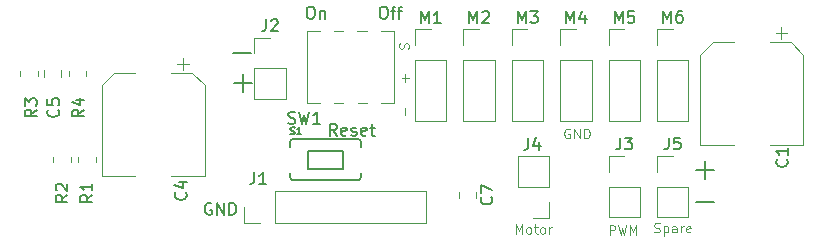
<source format=gbr>
%TF.GenerationSoftware,KiCad,Pcbnew,(6.0.7)*%
%TF.CreationDate,2022-10-27T13:02:41+02:00*%
%TF.ProjectId,UniMini,556e694d-696e-4692-9e6b-696361645f70,rev?*%
%TF.SameCoordinates,Original*%
%TF.FileFunction,Legend,Top*%
%TF.FilePolarity,Positive*%
%FSLAX46Y46*%
G04 Gerber Fmt 4.6, Leading zero omitted, Abs format (unit mm)*
G04 Created by KiCad (PCBNEW (6.0.7)) date 2022-10-27 13:02:41*
%MOMM*%
%LPD*%
G01*
G04 APERTURE LIST*
%ADD10C,0.100000*%
%ADD11C,0.150000*%
%ADD12C,0.127000*%
%ADD13C,0.120000*%
%ADD14C,0.203200*%
G04 APERTURE END LIST*
D10*
X68757142Y-80009523D02*
X68757142Y-79400000D01*
X68757142Y-77190476D02*
X68757142Y-76580952D01*
X69061904Y-76885714D02*
X68452380Y-76885714D01*
X69023809Y-74409523D02*
X69061904Y-74295238D01*
X69061904Y-74104761D01*
X69023809Y-74028571D01*
X68985714Y-73990476D01*
X68909523Y-73952380D01*
X68833333Y-73952380D01*
X68757142Y-73990476D01*
X68719047Y-74028571D01*
X68680952Y-74104761D01*
X68642857Y-74257142D01*
X68604761Y-74333333D01*
X68566666Y-74371428D01*
X68490476Y-74409523D01*
X68414285Y-74409523D01*
X68338095Y-74371428D01*
X68300000Y-74333333D01*
X68261904Y-74257142D01*
X68261904Y-74066666D01*
X68300000Y-73952380D01*
X82690476Y-81200000D02*
X82614285Y-81161904D01*
X82500000Y-81161904D01*
X82385714Y-81200000D01*
X82309523Y-81276190D01*
X82271428Y-81352380D01*
X82233333Y-81504761D01*
X82233333Y-81619047D01*
X82271428Y-81771428D01*
X82309523Y-81847619D01*
X82385714Y-81923809D01*
X82500000Y-81961904D01*
X82576190Y-81961904D01*
X82690476Y-81923809D01*
X82728571Y-81885714D01*
X82728571Y-81619047D01*
X82576190Y-81619047D01*
X83071428Y-81961904D02*
X83071428Y-81161904D01*
X83528571Y-81961904D01*
X83528571Y-81161904D01*
X83909523Y-81961904D02*
X83909523Y-81161904D01*
X84100000Y-81161904D01*
X84214285Y-81200000D01*
X84290476Y-81276190D01*
X84328571Y-81352380D01*
X84366666Y-81504761D01*
X84366666Y-81619047D01*
X84328571Y-81771428D01*
X84290476Y-81847619D01*
X84214285Y-81923809D01*
X84100000Y-81961904D01*
X83909523Y-81961904D01*
D11*
X55661904Y-74742857D02*
X54138095Y-74742857D01*
X94861904Y-84642857D02*
X93338095Y-84642857D01*
X94100000Y-85404761D02*
X94100000Y-83880952D01*
X94861904Y-87342857D02*
X93338095Y-87342857D01*
X55761904Y-77342857D02*
X54238095Y-77342857D01*
X55000000Y-78104761D02*
X55000000Y-76580952D01*
X66833333Y-70852380D02*
X67023809Y-70852380D01*
X67119047Y-70900000D01*
X67214285Y-70995238D01*
X67261904Y-71185714D01*
X67261904Y-71519047D01*
X67214285Y-71709523D01*
X67119047Y-71804761D01*
X67023809Y-71852380D01*
X66833333Y-71852380D01*
X66738095Y-71804761D01*
X66642857Y-71709523D01*
X66595238Y-71519047D01*
X66595238Y-71185714D01*
X66642857Y-70995238D01*
X66738095Y-70900000D01*
X66833333Y-70852380D01*
X67547619Y-71185714D02*
X67928571Y-71185714D01*
X67690476Y-71852380D02*
X67690476Y-70995238D01*
X67738095Y-70900000D01*
X67833333Y-70852380D01*
X67928571Y-70852380D01*
X68119047Y-71185714D02*
X68500000Y-71185714D01*
X68261904Y-71852380D02*
X68261904Y-70995238D01*
X68309523Y-70900000D01*
X68404761Y-70852380D01*
X68500000Y-70852380D01*
X62961904Y-81752380D02*
X62628571Y-81276190D01*
X62390476Y-81752380D02*
X62390476Y-80752380D01*
X62771428Y-80752380D01*
X62866666Y-80800000D01*
X62914285Y-80847619D01*
X62961904Y-80942857D01*
X62961904Y-81085714D01*
X62914285Y-81180952D01*
X62866666Y-81228571D01*
X62771428Y-81276190D01*
X62390476Y-81276190D01*
X63771428Y-81704761D02*
X63676190Y-81752380D01*
X63485714Y-81752380D01*
X63390476Y-81704761D01*
X63342857Y-81609523D01*
X63342857Y-81228571D01*
X63390476Y-81133333D01*
X63485714Y-81085714D01*
X63676190Y-81085714D01*
X63771428Y-81133333D01*
X63819047Y-81228571D01*
X63819047Y-81323809D01*
X63342857Y-81419047D01*
X64200000Y-81704761D02*
X64295238Y-81752380D01*
X64485714Y-81752380D01*
X64580952Y-81704761D01*
X64628571Y-81609523D01*
X64628571Y-81561904D01*
X64580952Y-81466666D01*
X64485714Y-81419047D01*
X64342857Y-81419047D01*
X64247619Y-81371428D01*
X64200000Y-81276190D01*
X64200000Y-81228571D01*
X64247619Y-81133333D01*
X64342857Y-81085714D01*
X64485714Y-81085714D01*
X64580952Y-81133333D01*
X65438095Y-81704761D02*
X65342857Y-81752380D01*
X65152380Y-81752380D01*
X65057142Y-81704761D01*
X65009523Y-81609523D01*
X65009523Y-81228571D01*
X65057142Y-81133333D01*
X65152380Y-81085714D01*
X65342857Y-81085714D01*
X65438095Y-81133333D01*
X65485714Y-81228571D01*
X65485714Y-81323809D01*
X65009523Y-81419047D01*
X65771428Y-81085714D02*
X66152380Y-81085714D01*
X65914285Y-80752380D02*
X65914285Y-81609523D01*
X65961904Y-81704761D01*
X66057142Y-81752380D01*
X66152380Y-81752380D01*
X52338095Y-87500000D02*
X52242857Y-87452380D01*
X52100000Y-87452380D01*
X51957142Y-87500000D01*
X51861904Y-87595238D01*
X51814285Y-87690476D01*
X51766666Y-87880952D01*
X51766666Y-88023809D01*
X51814285Y-88214285D01*
X51861904Y-88309523D01*
X51957142Y-88404761D01*
X52100000Y-88452380D01*
X52195238Y-88452380D01*
X52338095Y-88404761D01*
X52385714Y-88357142D01*
X52385714Y-88023809D01*
X52195238Y-88023809D01*
X52814285Y-88452380D02*
X52814285Y-87452380D01*
X53385714Y-88452380D01*
X53385714Y-87452380D01*
X53861904Y-88452380D02*
X53861904Y-87452380D01*
X54100000Y-87452380D01*
X54242857Y-87500000D01*
X54338095Y-87595238D01*
X54385714Y-87690476D01*
X54433333Y-87880952D01*
X54433333Y-88023809D01*
X54385714Y-88214285D01*
X54338095Y-88309523D01*
X54242857Y-88404761D01*
X54100000Y-88452380D01*
X53861904Y-88452380D01*
X60652380Y-70852380D02*
X60842857Y-70852380D01*
X60938095Y-70900000D01*
X61033333Y-70995238D01*
X61080952Y-71185714D01*
X61080952Y-71519047D01*
X61033333Y-71709523D01*
X60938095Y-71804761D01*
X60842857Y-71852380D01*
X60652380Y-71852380D01*
X60557142Y-71804761D01*
X60461904Y-71709523D01*
X60414285Y-71519047D01*
X60414285Y-71185714D01*
X60461904Y-70995238D01*
X60557142Y-70900000D01*
X60652380Y-70852380D01*
X61509523Y-71185714D02*
X61509523Y-71852380D01*
X61509523Y-71280952D02*
X61557142Y-71233333D01*
X61652380Y-71185714D01*
X61795238Y-71185714D01*
X61890476Y-71233333D01*
X61938095Y-71328571D01*
X61938095Y-71852380D01*
%TO.C,C4*%
X50157142Y-86566666D02*
X50204761Y-86614285D01*
X50252380Y-86757142D01*
X50252380Y-86852380D01*
X50204761Y-86995238D01*
X50109523Y-87090476D01*
X50014285Y-87138095D01*
X49823809Y-87185714D01*
X49680952Y-87185714D01*
X49490476Y-87138095D01*
X49395238Y-87090476D01*
X49300000Y-86995238D01*
X49252380Y-86852380D01*
X49252380Y-86757142D01*
X49300000Y-86614285D01*
X49347619Y-86566666D01*
X49585714Y-85709523D02*
X50252380Y-85709523D01*
X49204761Y-85947619D02*
X49919047Y-86185714D01*
X49919047Y-85566666D01*
%TO.C,J2*%
X56966666Y-71922380D02*
X56966666Y-72636666D01*
X56919047Y-72779523D01*
X56823809Y-72874761D01*
X56680952Y-72922380D01*
X56585714Y-72922380D01*
X57395238Y-72017619D02*
X57442857Y-71970000D01*
X57538095Y-71922380D01*
X57776190Y-71922380D01*
X57871428Y-71970000D01*
X57919047Y-72017619D01*
X57966666Y-72112857D01*
X57966666Y-72208095D01*
X57919047Y-72350952D01*
X57347619Y-72922380D01*
X57966666Y-72922380D01*
%TO.C,J4*%
X79166666Y-81952380D02*
X79166666Y-82666666D01*
X79119047Y-82809523D01*
X79023809Y-82904761D01*
X78880952Y-82952380D01*
X78785714Y-82952380D01*
X80071428Y-82285714D02*
X80071428Y-82952380D01*
X79833333Y-81904761D02*
X79595238Y-82619047D01*
X80214285Y-82619047D01*
D10*
X78133333Y-90061904D02*
X78133333Y-89261904D01*
X78400000Y-89833333D01*
X78666666Y-89261904D01*
X78666666Y-90061904D01*
X79161904Y-90061904D02*
X79085714Y-90023809D01*
X79047619Y-89985714D01*
X79009523Y-89909523D01*
X79009523Y-89680952D01*
X79047619Y-89604761D01*
X79085714Y-89566666D01*
X79161904Y-89528571D01*
X79276190Y-89528571D01*
X79352380Y-89566666D01*
X79390476Y-89604761D01*
X79428571Y-89680952D01*
X79428571Y-89909523D01*
X79390476Y-89985714D01*
X79352380Y-90023809D01*
X79276190Y-90061904D01*
X79161904Y-90061904D01*
X79657142Y-89528571D02*
X79961904Y-89528571D01*
X79771428Y-89261904D02*
X79771428Y-89947619D01*
X79809523Y-90023809D01*
X79885714Y-90061904D01*
X79961904Y-90061904D01*
X80342857Y-90061904D02*
X80266666Y-90023809D01*
X80228571Y-89985714D01*
X80190476Y-89909523D01*
X80190476Y-89680952D01*
X80228571Y-89604761D01*
X80266666Y-89566666D01*
X80342857Y-89528571D01*
X80457142Y-89528571D01*
X80533333Y-89566666D01*
X80571428Y-89604761D01*
X80609523Y-89680952D01*
X80609523Y-89909523D01*
X80571428Y-89985714D01*
X80533333Y-90023809D01*
X80457142Y-90061904D01*
X80342857Y-90061904D01*
X80952380Y-90061904D02*
X80952380Y-89528571D01*
X80952380Y-89680952D02*
X80990476Y-89604761D01*
X81028571Y-89566666D01*
X81104761Y-89528571D01*
X81180952Y-89528571D01*
D11*
%TO.C,R1*%
X42252380Y-86766666D02*
X41776190Y-87100000D01*
X42252380Y-87338095D02*
X41252380Y-87338095D01*
X41252380Y-86957142D01*
X41300000Y-86861904D01*
X41347619Y-86814285D01*
X41442857Y-86766666D01*
X41585714Y-86766666D01*
X41680952Y-86814285D01*
X41728571Y-86861904D01*
X41776190Y-86957142D01*
X41776190Y-87338095D01*
X42252380Y-85814285D02*
X42252380Y-86385714D01*
X42252380Y-86100000D02*
X41252380Y-86100000D01*
X41395238Y-86195238D01*
X41490476Y-86290476D01*
X41538095Y-86385714D01*
%TO.C,M5*%
X86490476Y-72222380D02*
X86490476Y-71222380D01*
X86823809Y-71936666D01*
X87157142Y-71222380D01*
X87157142Y-72222380D01*
X88109523Y-71222380D02*
X87633333Y-71222380D01*
X87585714Y-71698571D01*
X87633333Y-71650952D01*
X87728571Y-71603333D01*
X87966666Y-71603333D01*
X88061904Y-71650952D01*
X88109523Y-71698571D01*
X88157142Y-71793809D01*
X88157142Y-72031904D01*
X88109523Y-72127142D01*
X88061904Y-72174761D01*
X87966666Y-72222380D01*
X87728571Y-72222380D01*
X87633333Y-72174761D01*
X87585714Y-72127142D01*
%TO.C,J1*%
X55966666Y-84852380D02*
X55966666Y-85566666D01*
X55919047Y-85709523D01*
X55823809Y-85804761D01*
X55680952Y-85852380D01*
X55585714Y-85852380D01*
X56966666Y-85852380D02*
X56395238Y-85852380D01*
X56680952Y-85852380D02*
X56680952Y-84852380D01*
X56585714Y-84995238D01*
X56490476Y-85090476D01*
X56395238Y-85138095D01*
%TO.C,R4*%
X41552380Y-79566666D02*
X41076190Y-79900000D01*
X41552380Y-80138095D02*
X40552380Y-80138095D01*
X40552380Y-79757142D01*
X40600000Y-79661904D01*
X40647619Y-79614285D01*
X40742857Y-79566666D01*
X40885714Y-79566666D01*
X40980952Y-79614285D01*
X41028571Y-79661904D01*
X41076190Y-79757142D01*
X41076190Y-80138095D01*
X40885714Y-78709523D02*
X41552380Y-78709523D01*
X40504761Y-78947619D02*
X41219047Y-79185714D01*
X41219047Y-78566666D01*
%TO.C,C1*%
X101057142Y-83766666D02*
X101104761Y-83814285D01*
X101152380Y-83957142D01*
X101152380Y-84052380D01*
X101104761Y-84195238D01*
X101009523Y-84290476D01*
X100914285Y-84338095D01*
X100723809Y-84385714D01*
X100580952Y-84385714D01*
X100390476Y-84338095D01*
X100295238Y-84290476D01*
X100200000Y-84195238D01*
X100152380Y-84052380D01*
X100152380Y-83957142D01*
X100200000Y-83814285D01*
X100247619Y-83766666D01*
X101152380Y-82814285D02*
X101152380Y-83385714D01*
X101152380Y-83100000D02*
X100152380Y-83100000D01*
X100295238Y-83195238D01*
X100390476Y-83290476D01*
X100438095Y-83385714D01*
%TO.C,C5*%
X39357142Y-79566666D02*
X39404761Y-79614285D01*
X39452380Y-79757142D01*
X39452380Y-79852380D01*
X39404761Y-79995238D01*
X39309523Y-80090476D01*
X39214285Y-80138095D01*
X39023809Y-80185714D01*
X38880952Y-80185714D01*
X38690476Y-80138095D01*
X38595238Y-80090476D01*
X38500000Y-79995238D01*
X38452380Y-79852380D01*
X38452380Y-79757142D01*
X38500000Y-79614285D01*
X38547619Y-79566666D01*
X38452380Y-78661904D02*
X38452380Y-79138095D01*
X38928571Y-79185714D01*
X38880952Y-79138095D01*
X38833333Y-79042857D01*
X38833333Y-78804761D01*
X38880952Y-78709523D01*
X38928571Y-78661904D01*
X39023809Y-78614285D01*
X39261904Y-78614285D01*
X39357142Y-78661904D01*
X39404761Y-78709523D01*
X39452380Y-78804761D01*
X39452380Y-79042857D01*
X39404761Y-79138095D01*
X39357142Y-79185714D01*
%TO.C,C7*%
X76037142Y-86966666D02*
X76084761Y-87014285D01*
X76132380Y-87157142D01*
X76132380Y-87252380D01*
X76084761Y-87395238D01*
X75989523Y-87490476D01*
X75894285Y-87538095D01*
X75703809Y-87585714D01*
X75560952Y-87585714D01*
X75370476Y-87538095D01*
X75275238Y-87490476D01*
X75180000Y-87395238D01*
X75132380Y-87252380D01*
X75132380Y-87157142D01*
X75180000Y-87014285D01*
X75227619Y-86966666D01*
X75132380Y-86633333D02*
X75132380Y-85966666D01*
X76132380Y-86395238D01*
%TO.C,R3*%
X37552380Y-79566666D02*
X37076190Y-79900000D01*
X37552380Y-80138095D02*
X36552380Y-80138095D01*
X36552380Y-79757142D01*
X36600000Y-79661904D01*
X36647619Y-79614285D01*
X36742857Y-79566666D01*
X36885714Y-79566666D01*
X36980952Y-79614285D01*
X37028571Y-79661904D01*
X37076190Y-79757142D01*
X37076190Y-80138095D01*
X36552380Y-79233333D02*
X36552380Y-78614285D01*
X36933333Y-78947619D01*
X36933333Y-78804761D01*
X36980952Y-78709523D01*
X37028571Y-78661904D01*
X37123809Y-78614285D01*
X37361904Y-78614285D01*
X37457142Y-78661904D01*
X37504761Y-78709523D01*
X37552380Y-78804761D01*
X37552380Y-79090476D01*
X37504761Y-79185714D01*
X37457142Y-79233333D01*
%TO.C,M6*%
X90590476Y-72197380D02*
X90590476Y-71197380D01*
X90923809Y-71911666D01*
X91257142Y-71197380D01*
X91257142Y-72197380D01*
X92161904Y-71197380D02*
X91971428Y-71197380D01*
X91876190Y-71245000D01*
X91828571Y-71292619D01*
X91733333Y-71435476D01*
X91685714Y-71625952D01*
X91685714Y-72006904D01*
X91733333Y-72102142D01*
X91780952Y-72149761D01*
X91876190Y-72197380D01*
X92066666Y-72197380D01*
X92161904Y-72149761D01*
X92209523Y-72102142D01*
X92257142Y-72006904D01*
X92257142Y-71768809D01*
X92209523Y-71673571D01*
X92161904Y-71625952D01*
X92066666Y-71578333D01*
X91876190Y-71578333D01*
X91780952Y-71625952D01*
X91733333Y-71673571D01*
X91685714Y-71768809D01*
%TO.C,M2*%
X74190476Y-72222380D02*
X74190476Y-71222380D01*
X74523809Y-71936666D01*
X74857142Y-71222380D01*
X74857142Y-72222380D01*
X75285714Y-71317619D02*
X75333333Y-71270000D01*
X75428571Y-71222380D01*
X75666666Y-71222380D01*
X75761904Y-71270000D01*
X75809523Y-71317619D01*
X75857142Y-71412857D01*
X75857142Y-71508095D01*
X75809523Y-71650952D01*
X75238095Y-72222380D01*
X75857142Y-72222380D01*
%TO.C,J3*%
X86966666Y-81922380D02*
X86966666Y-82636666D01*
X86919047Y-82779523D01*
X86823809Y-82874761D01*
X86680952Y-82922380D01*
X86585714Y-82922380D01*
X87347619Y-81922380D02*
X87966666Y-81922380D01*
X87633333Y-82303333D01*
X87776190Y-82303333D01*
X87871428Y-82350952D01*
X87919047Y-82398571D01*
X87966666Y-82493809D01*
X87966666Y-82731904D01*
X87919047Y-82827142D01*
X87871428Y-82874761D01*
X87776190Y-82922380D01*
X87490476Y-82922380D01*
X87395238Y-82874761D01*
X87347619Y-82827142D01*
D10*
X86076190Y-90161904D02*
X86076190Y-89361904D01*
X86380952Y-89361904D01*
X86457142Y-89400000D01*
X86495238Y-89438095D01*
X86533333Y-89514285D01*
X86533333Y-89628571D01*
X86495238Y-89704761D01*
X86457142Y-89742857D01*
X86380952Y-89780952D01*
X86076190Y-89780952D01*
X86800000Y-89361904D02*
X86990476Y-90161904D01*
X87142857Y-89590476D01*
X87295238Y-90161904D01*
X87485714Y-89361904D01*
X87790476Y-90161904D02*
X87790476Y-89361904D01*
X88057142Y-89933333D01*
X88323809Y-89361904D01*
X88323809Y-90161904D01*
D11*
%TO.C,M1*%
X70090476Y-72222380D02*
X70090476Y-71222380D01*
X70423809Y-71936666D01*
X70757142Y-71222380D01*
X70757142Y-72222380D01*
X71757142Y-72222380D02*
X71185714Y-72222380D01*
X71471428Y-72222380D02*
X71471428Y-71222380D01*
X71376190Y-71365238D01*
X71280952Y-71460476D01*
X71185714Y-71508095D01*
%TO.C,J5*%
X91066666Y-81922380D02*
X91066666Y-82636666D01*
X91019047Y-82779523D01*
X90923809Y-82874761D01*
X90780952Y-82922380D01*
X90685714Y-82922380D01*
X92019047Y-81922380D02*
X91542857Y-81922380D01*
X91495238Y-82398571D01*
X91542857Y-82350952D01*
X91638095Y-82303333D01*
X91876190Y-82303333D01*
X91971428Y-82350952D01*
X92019047Y-82398571D01*
X92066666Y-82493809D01*
X92066666Y-82731904D01*
X92019047Y-82827142D01*
X91971428Y-82874761D01*
X91876190Y-82922380D01*
X91638095Y-82922380D01*
X91542857Y-82874761D01*
X91495238Y-82827142D01*
D10*
X89857142Y-89923809D02*
X89971428Y-89961904D01*
X90161904Y-89961904D01*
X90238095Y-89923809D01*
X90276190Y-89885714D01*
X90314285Y-89809523D01*
X90314285Y-89733333D01*
X90276190Y-89657142D01*
X90238095Y-89619047D01*
X90161904Y-89580952D01*
X90009523Y-89542857D01*
X89933333Y-89504761D01*
X89895238Y-89466666D01*
X89857142Y-89390476D01*
X89857142Y-89314285D01*
X89895238Y-89238095D01*
X89933333Y-89200000D01*
X90009523Y-89161904D01*
X90200000Y-89161904D01*
X90314285Y-89200000D01*
X90657142Y-89428571D02*
X90657142Y-90228571D01*
X90657142Y-89466666D02*
X90733333Y-89428571D01*
X90885714Y-89428571D01*
X90961904Y-89466666D01*
X91000000Y-89504761D01*
X91038095Y-89580952D01*
X91038095Y-89809523D01*
X91000000Y-89885714D01*
X90961904Y-89923809D01*
X90885714Y-89961904D01*
X90733333Y-89961904D01*
X90657142Y-89923809D01*
X91723809Y-89961904D02*
X91723809Y-89542857D01*
X91685714Y-89466666D01*
X91609523Y-89428571D01*
X91457142Y-89428571D01*
X91380952Y-89466666D01*
X91723809Y-89923809D02*
X91647619Y-89961904D01*
X91457142Y-89961904D01*
X91380952Y-89923809D01*
X91342857Y-89847619D01*
X91342857Y-89771428D01*
X91380952Y-89695238D01*
X91457142Y-89657142D01*
X91647619Y-89657142D01*
X91723809Y-89619047D01*
X92104761Y-89961904D02*
X92104761Y-89428571D01*
X92104761Y-89580952D02*
X92142857Y-89504761D01*
X92180952Y-89466666D01*
X92257142Y-89428571D01*
X92333333Y-89428571D01*
X92904761Y-89923809D02*
X92828571Y-89961904D01*
X92676190Y-89961904D01*
X92600000Y-89923809D01*
X92561904Y-89847619D01*
X92561904Y-89542857D01*
X92600000Y-89466666D01*
X92676190Y-89428571D01*
X92828571Y-89428571D01*
X92904761Y-89466666D01*
X92942857Y-89542857D01*
X92942857Y-89619047D01*
X92561904Y-89695238D01*
D11*
%TO.C,M3*%
X78290476Y-72222380D02*
X78290476Y-71222380D01*
X78623809Y-71936666D01*
X78957142Y-71222380D01*
X78957142Y-72222380D01*
X79338095Y-71222380D02*
X79957142Y-71222380D01*
X79623809Y-71603333D01*
X79766666Y-71603333D01*
X79861904Y-71650952D01*
X79909523Y-71698571D01*
X79957142Y-71793809D01*
X79957142Y-72031904D01*
X79909523Y-72127142D01*
X79861904Y-72174761D01*
X79766666Y-72222380D01*
X79480952Y-72222380D01*
X79385714Y-72174761D01*
X79338095Y-72127142D01*
D12*
%TO.C,S1*%
X59035542Y-81633742D02*
X59122628Y-81662771D01*
X59267771Y-81662771D01*
X59325828Y-81633742D01*
X59354857Y-81604714D01*
X59383885Y-81546657D01*
X59383885Y-81488600D01*
X59354857Y-81430542D01*
X59325828Y-81401514D01*
X59267771Y-81372485D01*
X59151657Y-81343457D01*
X59093600Y-81314428D01*
X59064571Y-81285400D01*
X59035542Y-81227342D01*
X59035542Y-81169285D01*
X59064571Y-81111228D01*
X59093600Y-81082200D01*
X59151657Y-81053171D01*
X59296800Y-81053171D01*
X59383885Y-81082200D01*
X59964457Y-81662771D02*
X59616114Y-81662771D01*
X59790285Y-81662771D02*
X59790285Y-81053171D01*
X59732228Y-81140257D01*
X59674171Y-81198314D01*
X59616114Y-81227342D01*
D11*
%TO.C,R2*%
X40152380Y-86766666D02*
X39676190Y-87100000D01*
X40152380Y-87338095D02*
X39152380Y-87338095D01*
X39152380Y-86957142D01*
X39200000Y-86861904D01*
X39247619Y-86814285D01*
X39342857Y-86766666D01*
X39485714Y-86766666D01*
X39580952Y-86814285D01*
X39628571Y-86861904D01*
X39676190Y-86957142D01*
X39676190Y-87338095D01*
X39247619Y-86385714D02*
X39200000Y-86338095D01*
X39152380Y-86242857D01*
X39152380Y-86004761D01*
X39200000Y-85909523D01*
X39247619Y-85861904D01*
X39342857Y-85814285D01*
X39438095Y-85814285D01*
X39580952Y-85861904D01*
X40152380Y-86433333D01*
X40152380Y-85814285D01*
%TO.C,SW1*%
X58866666Y-80704761D02*
X59009523Y-80752380D01*
X59247619Y-80752380D01*
X59342857Y-80704761D01*
X59390476Y-80657142D01*
X59438095Y-80561904D01*
X59438095Y-80466666D01*
X59390476Y-80371428D01*
X59342857Y-80323809D01*
X59247619Y-80276190D01*
X59057142Y-80228571D01*
X58961904Y-80180952D01*
X58914285Y-80133333D01*
X58866666Y-80038095D01*
X58866666Y-79942857D01*
X58914285Y-79847619D01*
X58961904Y-79800000D01*
X59057142Y-79752380D01*
X59295238Y-79752380D01*
X59438095Y-79800000D01*
X59771428Y-79752380D02*
X60009523Y-80752380D01*
X60200000Y-80038095D01*
X60390476Y-80752380D01*
X60628571Y-79752380D01*
X61533333Y-80752380D02*
X60961904Y-80752380D01*
X61247619Y-80752380D02*
X61247619Y-79752380D01*
X61152380Y-79895238D01*
X61057142Y-79990476D01*
X60961904Y-80038095D01*
%TO.C,M4*%
X82390476Y-72222380D02*
X82390476Y-71222380D01*
X82723809Y-71936666D01*
X83057142Y-71222380D01*
X83057142Y-72222380D01*
X83961904Y-71555714D02*
X83961904Y-72222380D01*
X83723809Y-71174761D02*
X83485714Y-71889047D01*
X84104761Y-71889047D01*
D13*
%TO.C,C4*%
X49910000Y-75200000D02*
X49910000Y-76200000D01*
X51760000Y-77504437D02*
X51760000Y-85160000D01*
X43040000Y-77504437D02*
X43040000Y-85160000D01*
X51760000Y-85160000D02*
X48910000Y-85160000D01*
X44104437Y-76440000D02*
X43040000Y-77504437D01*
X50410000Y-75700000D02*
X49410000Y-75700000D01*
X43040000Y-85160000D02*
X45890000Y-85160000D01*
X44104437Y-76440000D02*
X45890000Y-76440000D01*
X50695563Y-76440000D02*
X48910000Y-76440000D01*
X50695563Y-76440000D02*
X51760000Y-77504437D01*
%TO.C,J2*%
X55970000Y-74800000D02*
X55970000Y-73470000D01*
X55970000Y-78670000D02*
X58630000Y-78670000D01*
X55970000Y-76070000D02*
X58630000Y-76070000D01*
X55970000Y-76070000D02*
X55970000Y-78670000D01*
X58630000Y-76070000D02*
X58630000Y-78670000D01*
X55970000Y-73470000D02*
X57300000Y-73470000D01*
%TO.C,J4*%
X80930000Y-86105000D02*
X78270000Y-86105000D01*
X80930000Y-83505000D02*
X78270000Y-83505000D01*
X80930000Y-88705000D02*
X79600000Y-88705000D01*
X80930000Y-87375000D02*
X80930000Y-88705000D01*
X80930000Y-86105000D02*
X80930000Y-83505000D01*
X78270000Y-86105000D02*
X78270000Y-83505000D01*
%TO.C,R1*%
X41065000Y-83572936D02*
X41065000Y-84027064D01*
X42535000Y-83572936D02*
X42535000Y-84027064D01*
%TO.C,M5*%
X85970000Y-80510000D02*
X88630000Y-80510000D01*
X88630000Y-75370000D02*
X88630000Y-80510000D01*
X85970000Y-74100000D02*
X85970000Y-72770000D01*
X85970000Y-75370000D02*
X85970000Y-80510000D01*
X85970000Y-72770000D02*
X87300000Y-72770000D01*
X85970000Y-75370000D02*
X88630000Y-75370000D01*
%TO.C,J1*%
X70490000Y-89130000D02*
X70490000Y-86470000D01*
X57730000Y-89130000D02*
X70490000Y-89130000D01*
X57730000Y-86470000D02*
X70490000Y-86470000D01*
X57730000Y-89130000D02*
X57730000Y-86470000D01*
X55130000Y-89130000D02*
X55130000Y-87800000D01*
X56460000Y-89130000D02*
X55130000Y-89130000D01*
%TO.C,R4*%
X40265000Y-76727064D02*
X40265000Y-76272936D01*
X41735000Y-76727064D02*
X41735000Y-76272936D01*
%TO.C,C1*%
X102460000Y-82560000D02*
X99610000Y-82560000D01*
X101110000Y-73100000D02*
X100110000Y-73100000D01*
X94804437Y-73840000D02*
X93740000Y-74904437D01*
X93740000Y-74904437D02*
X93740000Y-82560000D01*
X102460000Y-74904437D02*
X102460000Y-82560000D01*
X94804437Y-73840000D02*
X96590000Y-73840000D01*
X100610000Y-72600000D02*
X100610000Y-73600000D01*
X101395563Y-73840000D02*
X102460000Y-74904437D01*
X93740000Y-82560000D02*
X96590000Y-82560000D01*
X101395563Y-73840000D02*
X99610000Y-73840000D01*
%TO.C,C5*%
X39635000Y-76238748D02*
X39635000Y-76761252D01*
X38165000Y-76238748D02*
X38165000Y-76761252D01*
%TO.C,C7*%
X74735000Y-86538748D02*
X74735000Y-87061252D01*
X73265000Y-86538748D02*
X73265000Y-87061252D01*
%TO.C,R3*%
X37635000Y-76727064D02*
X37635000Y-76272936D01*
X36165000Y-76727064D02*
X36165000Y-76272936D01*
%TO.C,M6*%
X92730000Y-75345000D02*
X92730000Y-80485000D01*
X90070000Y-80485000D02*
X92730000Y-80485000D01*
X90070000Y-75345000D02*
X92730000Y-75345000D01*
X90070000Y-74075000D02*
X90070000Y-72745000D01*
X90070000Y-72745000D02*
X91400000Y-72745000D01*
X90070000Y-75345000D02*
X90070000Y-80485000D01*
%TO.C,M2*%
X73670000Y-75370000D02*
X73670000Y-80510000D01*
X73670000Y-80510000D02*
X76330000Y-80510000D01*
X73670000Y-72770000D02*
X75000000Y-72770000D01*
X76330000Y-75370000D02*
X76330000Y-80510000D01*
X73670000Y-74100000D02*
X73670000Y-72770000D01*
X73670000Y-75370000D02*
X76330000Y-75370000D01*
%TO.C,J3*%
X85970000Y-88670000D02*
X88630000Y-88670000D01*
X85970000Y-83470000D02*
X87300000Y-83470000D01*
X85970000Y-84800000D02*
X85970000Y-83470000D01*
X85970000Y-86070000D02*
X88630000Y-86070000D01*
X88630000Y-86070000D02*
X88630000Y-88670000D01*
X85970000Y-86070000D02*
X85970000Y-88670000D01*
%TO.C,M1*%
X69570000Y-72770000D02*
X70900000Y-72770000D01*
X69570000Y-80510000D02*
X72230000Y-80510000D01*
X69570000Y-74100000D02*
X69570000Y-72770000D01*
X69570000Y-75370000D02*
X72230000Y-75370000D01*
X72230000Y-75370000D02*
X72230000Y-80510000D01*
X69570000Y-75370000D02*
X69570000Y-80510000D01*
%TO.C,J5*%
X90070000Y-88670000D02*
X92730000Y-88670000D01*
X92730000Y-86070000D02*
X92730000Y-88670000D01*
X90070000Y-83470000D02*
X91400000Y-83470000D01*
X90070000Y-86070000D02*
X92730000Y-86070000D01*
X90070000Y-84800000D02*
X90070000Y-83470000D01*
X90070000Y-86070000D02*
X90070000Y-88670000D01*
%TO.C,M3*%
X77770000Y-74100000D02*
X77770000Y-72770000D01*
X77770000Y-75370000D02*
X80430000Y-75370000D01*
X77770000Y-72770000D02*
X79100000Y-72770000D01*
X77770000Y-80510000D02*
X80430000Y-80510000D01*
X80430000Y-75370000D02*
X80430000Y-80510000D01*
X77770000Y-75370000D02*
X77770000Y-80510000D01*
D14*
%TO.C,S1*%
X59000260Y-82700180D02*
X59000260Y-82301400D01*
X60501400Y-83050700D02*
X63498600Y-83050700D01*
X64748280Y-85547520D02*
X59251720Y-85547520D01*
X64999740Y-85298600D02*
X64999740Y-84899820D01*
X59000260Y-85298600D02*
X59000260Y-84899820D01*
X60501400Y-84549300D02*
X60501400Y-83050700D01*
X64999740Y-82700180D02*
X64999740Y-82301400D01*
X63498600Y-84549300D02*
X63498600Y-83050700D01*
X63498600Y-84549300D02*
X60501400Y-84549300D01*
X59251720Y-82052480D02*
X64748280Y-82052480D01*
X59002800Y-85298600D02*
G75*
G03*
X59251720Y-85547520I248920J0D01*
G01*
X64997220Y-82301400D02*
G75*
G03*
X64748280Y-82052480I-248920J0D01*
G01*
X64748280Y-85550040D02*
G75*
G03*
X64999740Y-85298600I20J251440D01*
G01*
X59251720Y-82049940D02*
G75*
G03*
X59000260Y-82301400I0J-251460D01*
G01*
D13*
%TO.C,R2*%
X38965000Y-83572936D02*
X38965000Y-84027064D01*
X40435000Y-83572936D02*
X40435000Y-84027064D01*
%TO.C,SW1*%
X60400000Y-72900000D02*
X61500000Y-72900000D01*
X67800000Y-72900000D02*
X67800000Y-79000000D01*
X65500000Y-79000000D02*
X64750000Y-79000000D01*
X67800000Y-72900000D02*
X66700000Y-72900000D01*
X60400000Y-79000000D02*
X60400000Y-72900000D01*
X64700000Y-72900000D02*
X65500000Y-72900000D01*
X62700000Y-72900000D02*
X63500000Y-72900000D01*
X63500000Y-79000000D02*
X62700000Y-79000000D01*
X67800000Y-79000000D02*
X66700000Y-79000000D01*
X60400000Y-79000000D02*
X61500000Y-79000000D01*
%TO.C,M4*%
X81870000Y-75370000D02*
X81870000Y-80510000D01*
X81870000Y-72770000D02*
X83200000Y-72770000D01*
X84530000Y-75370000D02*
X84530000Y-80510000D01*
X81870000Y-80510000D02*
X84530000Y-80510000D01*
X81870000Y-74100000D02*
X81870000Y-72770000D01*
X81870000Y-75370000D02*
X84530000Y-75370000D01*
%TD*%
M02*

</source>
